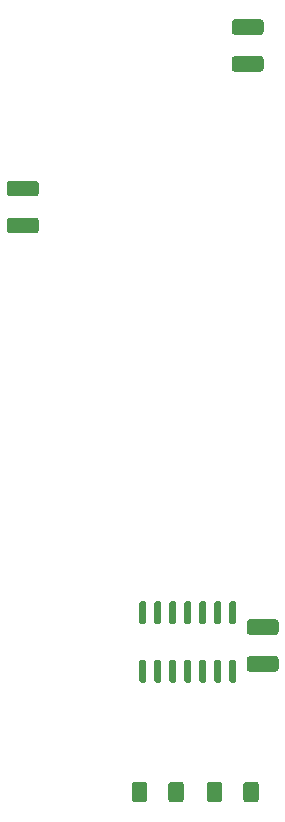
<source format=gbr>
%TF.GenerationSoftware,KiCad,Pcbnew,(5.1.10)-1*%
%TF.CreationDate,2021-12-02T15:45:15+11:00*%
%TF.ProjectId,BKM-10Rp2040,424b4d2d-3130-4527-9032-3034302e6b69,rev?*%
%TF.SameCoordinates,Original*%
%TF.FileFunction,Paste,Top*%
%TF.FilePolarity,Positive*%
%FSLAX46Y46*%
G04 Gerber Fmt 4.6, Leading zero omitted, Abs format (unit mm)*
G04 Created by KiCad (PCBNEW (5.1.10)-1) date 2021-12-02 15:45:15*
%MOMM*%
%LPD*%
G01*
G04 APERTURE LIST*
G04 APERTURE END LIST*
%TO.C,R2*%
G36*
G01*
X126100000Y-127645000D02*
X126100000Y-128895000D01*
G75*
G02*
X125850000Y-129145000I-250000J0D01*
G01*
X125050000Y-129145000D01*
G75*
G02*
X124800000Y-128895000I0J250000D01*
G01*
X124800000Y-127645000D01*
G75*
G02*
X125050000Y-127395000I250000J0D01*
G01*
X125850000Y-127395000D01*
G75*
G02*
X126100000Y-127645000I0J-250000D01*
G01*
G37*
G36*
G01*
X129200000Y-127645000D02*
X129200000Y-128895000D01*
G75*
G02*
X128950000Y-129145000I-250000J0D01*
G01*
X128150000Y-129145000D01*
G75*
G02*
X127900000Y-128895000I0J250000D01*
G01*
X127900000Y-127645000D01*
G75*
G02*
X128150000Y-127395000I250000J0D01*
G01*
X128950000Y-127395000D01*
G75*
G02*
X129200000Y-127645000I0J-250000D01*
G01*
G37*
%TD*%
%TO.C,R1*%
G36*
G01*
X134250000Y-128895000D02*
X134250000Y-127645000D01*
G75*
G02*
X134500000Y-127395000I250000J0D01*
G01*
X135300000Y-127395000D01*
G75*
G02*
X135550000Y-127645000I0J-250000D01*
G01*
X135550000Y-128895000D01*
G75*
G02*
X135300000Y-129145000I-250000J0D01*
G01*
X134500000Y-129145000D01*
G75*
G02*
X134250000Y-128895000I0J250000D01*
G01*
G37*
G36*
G01*
X131150000Y-128895000D02*
X131150000Y-127645000D01*
G75*
G02*
X131400000Y-127395000I250000J0D01*
G01*
X132200000Y-127395000D01*
G75*
G02*
X132450000Y-127645000I0J-250000D01*
G01*
X132450000Y-128895000D01*
G75*
G02*
X132200000Y-129145000I-250000J0D01*
G01*
X131400000Y-129145000D01*
G75*
G02*
X131150000Y-128895000I0J250000D01*
G01*
G37*
%TD*%
%TO.C,C4*%
G36*
G01*
X133519999Y-65962500D02*
X135720001Y-65962500D01*
G75*
G02*
X135970000Y-66212499I0J-249999D01*
G01*
X135970000Y-67037501D01*
G75*
G02*
X135720001Y-67287500I-249999J0D01*
G01*
X133519999Y-67287500D01*
G75*
G02*
X133270000Y-67037501I0J249999D01*
G01*
X133270000Y-66212499D01*
G75*
G02*
X133519999Y-65962500I249999J0D01*
G01*
G37*
G36*
G01*
X133519999Y-62837500D02*
X135720001Y-62837500D01*
G75*
G02*
X135970000Y-63087499I0J-249999D01*
G01*
X135970000Y-63912501D01*
G75*
G02*
X135720001Y-64162500I-249999J0D01*
G01*
X133519999Y-64162500D01*
G75*
G02*
X133270000Y-63912501I0J249999D01*
G01*
X133270000Y-63087499D01*
G75*
G02*
X133519999Y-62837500I249999J0D01*
G01*
G37*
%TD*%
%TO.C,C3*%
G36*
G01*
X136990001Y-114962500D02*
X134789999Y-114962500D01*
G75*
G02*
X134540000Y-114712501I0J249999D01*
G01*
X134540000Y-113887499D01*
G75*
G02*
X134789999Y-113637500I249999J0D01*
G01*
X136990001Y-113637500D01*
G75*
G02*
X137240000Y-113887499I0J-249999D01*
G01*
X137240000Y-114712501D01*
G75*
G02*
X136990001Y-114962500I-249999J0D01*
G01*
G37*
G36*
G01*
X136990001Y-118087500D02*
X134789999Y-118087500D01*
G75*
G02*
X134540000Y-117837501I0J249999D01*
G01*
X134540000Y-117012499D01*
G75*
G02*
X134789999Y-116762500I249999J0D01*
G01*
X136990001Y-116762500D01*
G75*
G02*
X137240000Y-117012499I0J-249999D01*
G01*
X137240000Y-117837501D01*
G75*
G02*
X136990001Y-118087500I-249999J0D01*
G01*
G37*
%TD*%
%TO.C,C2*%
G36*
G01*
X116670001Y-77840000D02*
X114469999Y-77840000D01*
G75*
G02*
X114220000Y-77590001I0J249999D01*
G01*
X114220000Y-76764999D01*
G75*
G02*
X114469999Y-76515000I249999J0D01*
G01*
X116670001Y-76515000D01*
G75*
G02*
X116920000Y-76764999I0J-249999D01*
G01*
X116920000Y-77590001D01*
G75*
G02*
X116670001Y-77840000I-249999J0D01*
G01*
G37*
G36*
G01*
X116670001Y-80965000D02*
X114469999Y-80965000D01*
G75*
G02*
X114220000Y-80715001I0J249999D01*
G01*
X114220000Y-79889999D01*
G75*
G02*
X114469999Y-79640000I249999J0D01*
G01*
X116670001Y-79640000D01*
G75*
G02*
X116920000Y-79889999I0J-249999D01*
G01*
X116920000Y-80715001D01*
G75*
G02*
X116670001Y-80965000I-249999J0D01*
G01*
G37*
%TD*%
%TO.C,U1*%
G36*
G01*
X133200000Y-117070000D02*
X133500000Y-117070000D01*
G75*
G02*
X133650000Y-117220000I0J-150000D01*
G01*
X133650000Y-118870000D01*
G75*
G02*
X133500000Y-119020000I-150000J0D01*
G01*
X133200000Y-119020000D01*
G75*
G02*
X133050000Y-118870000I0J150000D01*
G01*
X133050000Y-117220000D01*
G75*
G02*
X133200000Y-117070000I150000J0D01*
G01*
G37*
G36*
G01*
X131930000Y-117070000D02*
X132230000Y-117070000D01*
G75*
G02*
X132380000Y-117220000I0J-150000D01*
G01*
X132380000Y-118870000D01*
G75*
G02*
X132230000Y-119020000I-150000J0D01*
G01*
X131930000Y-119020000D01*
G75*
G02*
X131780000Y-118870000I0J150000D01*
G01*
X131780000Y-117220000D01*
G75*
G02*
X131930000Y-117070000I150000J0D01*
G01*
G37*
G36*
G01*
X130660000Y-117070000D02*
X130960000Y-117070000D01*
G75*
G02*
X131110000Y-117220000I0J-150000D01*
G01*
X131110000Y-118870000D01*
G75*
G02*
X130960000Y-119020000I-150000J0D01*
G01*
X130660000Y-119020000D01*
G75*
G02*
X130510000Y-118870000I0J150000D01*
G01*
X130510000Y-117220000D01*
G75*
G02*
X130660000Y-117070000I150000J0D01*
G01*
G37*
G36*
G01*
X129390000Y-117070000D02*
X129690000Y-117070000D01*
G75*
G02*
X129840000Y-117220000I0J-150000D01*
G01*
X129840000Y-118870000D01*
G75*
G02*
X129690000Y-119020000I-150000J0D01*
G01*
X129390000Y-119020000D01*
G75*
G02*
X129240000Y-118870000I0J150000D01*
G01*
X129240000Y-117220000D01*
G75*
G02*
X129390000Y-117070000I150000J0D01*
G01*
G37*
G36*
G01*
X128120000Y-117070000D02*
X128420000Y-117070000D01*
G75*
G02*
X128570000Y-117220000I0J-150000D01*
G01*
X128570000Y-118870000D01*
G75*
G02*
X128420000Y-119020000I-150000J0D01*
G01*
X128120000Y-119020000D01*
G75*
G02*
X127970000Y-118870000I0J150000D01*
G01*
X127970000Y-117220000D01*
G75*
G02*
X128120000Y-117070000I150000J0D01*
G01*
G37*
G36*
G01*
X126850000Y-117070000D02*
X127150000Y-117070000D01*
G75*
G02*
X127300000Y-117220000I0J-150000D01*
G01*
X127300000Y-118870000D01*
G75*
G02*
X127150000Y-119020000I-150000J0D01*
G01*
X126850000Y-119020000D01*
G75*
G02*
X126700000Y-118870000I0J150000D01*
G01*
X126700000Y-117220000D01*
G75*
G02*
X126850000Y-117070000I150000J0D01*
G01*
G37*
G36*
G01*
X125580000Y-117070000D02*
X125880000Y-117070000D01*
G75*
G02*
X126030000Y-117220000I0J-150000D01*
G01*
X126030000Y-118870000D01*
G75*
G02*
X125880000Y-119020000I-150000J0D01*
G01*
X125580000Y-119020000D01*
G75*
G02*
X125430000Y-118870000I0J150000D01*
G01*
X125430000Y-117220000D01*
G75*
G02*
X125580000Y-117070000I150000J0D01*
G01*
G37*
G36*
G01*
X125580000Y-112120000D02*
X125880000Y-112120000D01*
G75*
G02*
X126030000Y-112270000I0J-150000D01*
G01*
X126030000Y-113920000D01*
G75*
G02*
X125880000Y-114070000I-150000J0D01*
G01*
X125580000Y-114070000D01*
G75*
G02*
X125430000Y-113920000I0J150000D01*
G01*
X125430000Y-112270000D01*
G75*
G02*
X125580000Y-112120000I150000J0D01*
G01*
G37*
G36*
G01*
X126850000Y-112120000D02*
X127150000Y-112120000D01*
G75*
G02*
X127300000Y-112270000I0J-150000D01*
G01*
X127300000Y-113920000D01*
G75*
G02*
X127150000Y-114070000I-150000J0D01*
G01*
X126850000Y-114070000D01*
G75*
G02*
X126700000Y-113920000I0J150000D01*
G01*
X126700000Y-112270000D01*
G75*
G02*
X126850000Y-112120000I150000J0D01*
G01*
G37*
G36*
G01*
X128120000Y-112120000D02*
X128420000Y-112120000D01*
G75*
G02*
X128570000Y-112270000I0J-150000D01*
G01*
X128570000Y-113920000D01*
G75*
G02*
X128420000Y-114070000I-150000J0D01*
G01*
X128120000Y-114070000D01*
G75*
G02*
X127970000Y-113920000I0J150000D01*
G01*
X127970000Y-112270000D01*
G75*
G02*
X128120000Y-112120000I150000J0D01*
G01*
G37*
G36*
G01*
X129390000Y-112120000D02*
X129690000Y-112120000D01*
G75*
G02*
X129840000Y-112270000I0J-150000D01*
G01*
X129840000Y-113920000D01*
G75*
G02*
X129690000Y-114070000I-150000J0D01*
G01*
X129390000Y-114070000D01*
G75*
G02*
X129240000Y-113920000I0J150000D01*
G01*
X129240000Y-112270000D01*
G75*
G02*
X129390000Y-112120000I150000J0D01*
G01*
G37*
G36*
G01*
X130660000Y-112120000D02*
X130960000Y-112120000D01*
G75*
G02*
X131110000Y-112270000I0J-150000D01*
G01*
X131110000Y-113920000D01*
G75*
G02*
X130960000Y-114070000I-150000J0D01*
G01*
X130660000Y-114070000D01*
G75*
G02*
X130510000Y-113920000I0J150000D01*
G01*
X130510000Y-112270000D01*
G75*
G02*
X130660000Y-112120000I150000J0D01*
G01*
G37*
G36*
G01*
X131930000Y-112120000D02*
X132230000Y-112120000D01*
G75*
G02*
X132380000Y-112270000I0J-150000D01*
G01*
X132380000Y-113920000D01*
G75*
G02*
X132230000Y-114070000I-150000J0D01*
G01*
X131930000Y-114070000D01*
G75*
G02*
X131780000Y-113920000I0J150000D01*
G01*
X131780000Y-112270000D01*
G75*
G02*
X131930000Y-112120000I150000J0D01*
G01*
G37*
G36*
G01*
X133200000Y-112120000D02*
X133500000Y-112120000D01*
G75*
G02*
X133650000Y-112270000I0J-150000D01*
G01*
X133650000Y-113920000D01*
G75*
G02*
X133500000Y-114070000I-150000J0D01*
G01*
X133200000Y-114070000D01*
G75*
G02*
X133050000Y-113920000I0J150000D01*
G01*
X133050000Y-112270000D01*
G75*
G02*
X133200000Y-112120000I150000J0D01*
G01*
G37*
%TD*%
M02*

</source>
